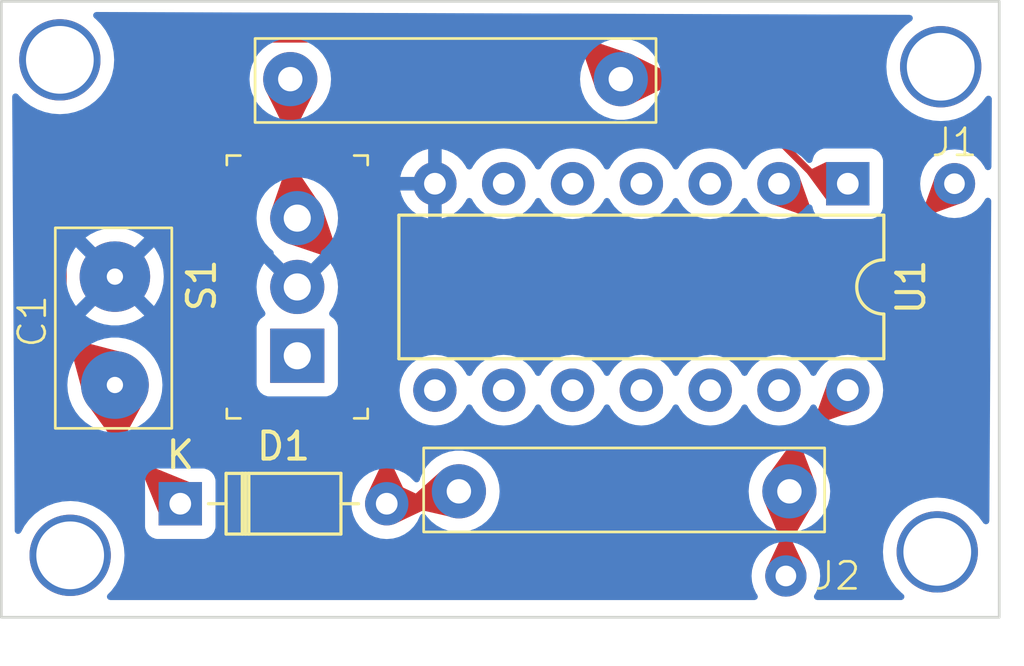
<source format=kicad_pcb>
(kicad_pcb (version 20221018) (generator pcbnew)
  (layers (0 "F.Cu" signal) (31 "B.Cu" signal) (34 "B.Paste" user) (35 "F.Paste" user) (36 "B.SilkS" user "B.Silkscreen") (37 "F.SilkS" user "F.Silkscreen") (38 "B.Mask" user) (39 "F.Mask" user) (44 "Edge.Cuts" user))
  (net 0 "")
  (net 1 "Net-(D1-K)")
  (net 2 "GND")
  (net 3 "Net-(D1-A)")
  (net 4 "Net-(J1-Pin_1)")
  (net 5 "Net-(J2-Pin_1)")
  (footprint "Userlib:Wire Hole" (layer "F.Cu") (at 123.698 87.757)
    (fp_text reference "J2" (at 1.905 0 unlocked) (layer "F.SilkS") (effects (font (thickness 0.1))))
    (fp_text value "Vcc")
    (pad "1" thru_hole circle (at 0 0) (size 1.524 1.524) (drill 0.762) (layers "*.Cu" "*.Mask") (net 5 "Net-(J2-Pin_1)"))
  )
  (footprint "Userlib:Wire Hole" (layer "F.Cu") (at 129.921 73.279)
    (fp_text reference "J1" (at 0 -1.524 unlocked) (layer "F.SilkS") (effects (font (thickness 0.1))))
    (fp_text value "Output")
    (pad "1" thru_hole circle (at 0 0) (size 1.524 1.524) (drill 0.762) (layers "*.Cu" "*.Mask") (net 4 "Net-(J1-Pin_1)"))
  )
  (footprint "Userlib:R_1watt" (layer "F.Cu") (at 112.406 69.419 180)
    (fp_text reference "R2" hide)
    (fp_text value "R_US" hide)
    (fp_rect (start -6.5 -1.6) (end 8.3 1.5) (stroke (width 0.1)) (fill none) (layer "F.SilkS"))
    (pad "1" thru_hole circle (at 7 0 180) (size 2 2) (drill 0.9) (layers "*.Cu" "*.Mask") (net 3 "Net-(D1-A)"))
    (pad "2" thru_hole circle (at -5.2 0 180) (size 2 2) (drill 0.9) (layers "*.Cu" "*.Mask") (net 1 "Net-(D1-K)"))
  )
  (footprint "Userlib:Capacitor_4mm_diam_.6mm_pin" (layer "F.Cu") (at 98.933 78.708 90)
    (fp_text reference "C1" (at 0.349 -3.048 90 unlocked) (layer "F.SilkS") (effects (font (thickness 0.1))))
    (fp_text value "C_Small")
    (fp_rect (start -3.6 -2.2) (end 3.8 2.1) (stroke (width 0.1)) (fill none) (layer "F.SilkS"))
    (pad "1" thru_hole circle (at -2 0 90) (size 2.5 2.5) (drill 0.6) (layers "*.Cu" "*.Mask") (net 1 "Net-(D1-K)"))
    (pad "2" thru_hole circle (at 2 0 90) (size 2.6 2.6) (drill 0.6) (layers "*.Cu" "*.Mask") (net 2 "GND"))
  )
  (footprint "Package_DIP:DIP-14_W7.62mm" (layer "F.Cu") (at 125.984 73.279 -90)
    (fp_text reference "U1" (at 3.81 -2.33 90) (layer "F.SilkS"))
    (fp_text value "74LS04")
    (fp_line (start 1.16 -1.33) (end 1.16 16.57) (stroke (width 0.12)) (layer "F.SilkS"))
    (fp_line (start 1.16 16.57) (end 6.46 16.57) (stroke (width 0.12)) (layer "F.SilkS"))
    (fp_line (start 2.81 -1.33) (end 1.16 -1.33) (stroke (width 0.12)) (layer "F.SilkS"))
    (fp_line (start 6.46 -1.33) (end 4.81 -1.33) (stroke (width 0.12)) (layer "F.SilkS"))
    (fp_line (start 6.46 16.57) (end 6.46 -1.33) (stroke (width 0.12)) (layer "F.SilkS"))
    (fp_arc (start 4.81 -1.33) (mid 3.81 -0.33) (end 2.81 -1.33) (stroke (width 0.12)) (layer "F.SilkS"))
    (pad "1" thru_hole rect (at 0 0 270) (size 1.6 1.6) (drill 0.8) (layers "*.Cu" "*.Mask") (net 1 "Net-(D1-K)"))
    (pad "2" thru_hole oval (at 0 2.54 270) (size 1.6 1.6) (drill 0.8) (layers "*.Cu" "*.Mask") (net 4 "Net-(J1-Pin_1)"))
    (pad "3" thru_hole oval (at 0 5.08 270) (size 1.6 1.6) (drill 0.8) (layers "*.Cu" "*.Mask"))
    (pad "4" thru_hole oval (at 0 7.62 270) (size 1.6 1.6) (drill 0.8) (layers "*.Cu" "*.Mask"))
    (pad "5" thru_hole oval (at 0 10.16 270) (size 1.6 1.6) (drill 0.8) (layers "*.Cu" "*.Mask"))
    (pad "6" thru_hole oval (at 0 12.7 270) (size 1.6 1.6) (drill 0.8) (layers "*.Cu" "*.Mask"))
    (pad "7" thru_hole oval (at 0 15.24 270) (size 1.6 1.6) (drill 0.8) (layers "*.Cu" "*.Mask") (net 2 "GND"))
    (pad "8" thru_hole oval (at 7.62 15.24 270) (size 1.6 1.6) (drill 0.8) (layers "*.Cu" "*.Mask"))
    (pad "9" thru_hole oval (at 7.62 12.7 270) (size 1.6 1.6) (drill 0.8) (layers "*.Cu" "*.Mask"))
    (pad "10" thru_hole oval (at 7.62 10.16 270) (size 1.6 1.6) (drill 0.8) (layers "*.Cu" "*.Mask"))
    (pad "11" thru_hole oval (at 7.62 7.62 270) (size 1.6 1.6) (drill 0.8) (layers "*.Cu" "*.Mask"))
    (pad "12" thru_hole oval (at 7.62 5.08 270) (size 1.6 1.6) (drill 0.8) (layers "*.Cu" "*.Mask"))
    (pad "13" thru_hole oval (at 7.62 2.54 270) (size 1.6 1.6) (drill 0.8) (layers "*.Cu" "*.Mask"))
    (pad "14" thru_hole oval (at 7.62 0 270) (size 1.6 1.6) (drill 0.8) (layers "*.Cu" "*.Mask") (net 5 "Net-(J2-Pin_1)"))
  )
  (footprint "Userlib:R_1watt" (layer "F.Cu") (at 116.829 84.632)
    (fp_text reference "R1" hide)
    (fp_text value "R_US" hide)
    (fp_rect (start -6.5 -1.6) (end 8.3 1.5) (stroke (width 0.1)) (fill none) (layer "F.SilkS"))
    (pad "1" thru_hole circle (at 7 0) (size 2 2) (drill 0.9) (layers "*.Cu" "*.Mask") (net 5 "Net-(J2-Pin_1)"))
    (pad "2" thru_hole circle (at -5.2 0) (size 2 2) (drill 0.9) (layers "*.Cu" "*.Mask") (net 3 "Net-(D1-A)"))
  )
  (footprint "Diode_THT:D_DO-35_SOD27_P7.62mm_Horizontal" (layer "F.Cu") (at 101.346 85.09)
    (fp_text reference "D1" (at 3.81 -2.12) (layer "F.SilkS"))
    (fp_text value "1N4148")
    (fp_text user "K" (at 0 -1.8) (layer "F.SilkS"))
    (fp_line (start 1.04 0) (end 1.69 0) (stroke (width 0.12)) (layer "F.SilkS"))
    (fp_line (start 1.69 -1.12) (end 1.69 1.12) (stroke (width 0.12)) (layer "F.SilkS"))
    (fp_line (start 1.69 1.12) (end 5.93 1.12) (stroke (width 0.12)) (layer "F.SilkS"))
    (fp_line (start 2.29 -1.12) (end 2.29 1.12) (stroke (width 0.12)) (layer "F.SilkS"))
    (fp_line (start 2.41 -1.12) (end 2.41 1.12) (stroke (width 0.12)) (layer "F.SilkS"))
    (fp_line (start 2.53 -1.12) (end 2.53 1.12) (stroke (width 0.12)) (layer "F.SilkS"))
    (fp_line (start 5.93 -1.12) (end 1.69 -1.12) (stroke (width 0.12)) (layer "F.SilkS"))
    (fp_line (start 5.93 1.12) (end 5.93 -1.12) (stroke (width 0.12)) (layer "F.SilkS"))
    (fp_line (start 6.58 0) (end 5.93 0) (stroke (width 0.12)) (layer "F.SilkS"))
    (pad "1" thru_hole rect (at 0 0) (size 1.6 1.6) (drill 0.8) (layers "*.Cu" "*.Mask") (net 1 "Net-(D1-K)"))
    (pad "2" thru_hole oval (at 7.62 0) (size 1.6 1.6) (drill 0.8) (layers "*.Cu" "*.Mask") (net 3 "Net-(D1-A)"))
  )
  (footprint "digikey-footprints:Switch_Toggle_ATE1D-2M3-10-Z" (layer "F.Cu") (at 105.664 77.089 90)
    (fp_text reference "S1" (at 0.06 -3.53 90) (layer "F.SilkS"))
    (fp_text value "ATE1D-2M3-10-Z")
    (fp_line (start -4.85 -2.6) (end -4.85 -2.1) (stroke (width 0.1)) (layer "F.SilkS"))
    (fp_line (start -4.85 -2.6) (end -4.5 -2.6) (stroke (width 0.1)) (layer "F.SilkS"))
    (fp_line (start -4.85 2.6) (end -4.85 2.1) (stroke (width 0.1)) (layer "F.SilkS"))
    (fp_line (start -4.85 2.6) (end -4.5 2.6) (stroke (width 0.1)) (layer "F.SilkS"))
    (fp_line (start 4.85 -2.6) (end 4.5 -2.6) (stroke (width 0.1)) (layer "F.SilkS"))
    (fp_line (start 4.85 -2.6) (end 4.85 -2.1) (stroke (width 0.1)) (layer "F.SilkS"))
    (fp_line (start 4.85 2.6) (end 4.5 2.6) (stroke (width 0.1)) (layer "F.SilkS"))
    (fp_line (start 4.85 2.6) (end 4.85 2.1) (stroke (width 0.1)) (layer "F.SilkS"))
    (pad "1" thru_hole rect (at -2.54 0 90) (size 2 2) (drill 1) (layers "*.Cu" "*.Mask"))
    (pad "2" thru_hole circle (at 0 0 90) (size 2 2) (drill 1) (layers "*.Cu" "*.Mask") (net 2 "GND"))
    (pad "3" thru_hole circle (at 2.54 0 90) (size 2 2) (drill 1) (layers "*.Cu" "*.Mask") (net 3 "Net-(D1-A)"))
  )
  (gr_rect (start 94.742 66.548) (end 131.572 89.281) (stroke (width 0.1)) (fill none) (layer "Edge.Cuts"))
  (via (at 97.282 86.995) (size 3) (drill 2.5) (layers "F.Cu" "B.Cu") (net 0))
  (via (at 129.413 68.961) (size 3) (drill 2.5) (layers "F.Cu" "B.Cu") (net 0))
  (via (at 96.901 68.707) (size 3) (drill 2.5) (layers "F.Cu" "B.Cu") (net 0))
  (via (at 129.286 86.868) (size 3) (drill 2.5) (layers "F.Cu" "B.Cu") (net 0))
  (segment (start 121.174991 69.419) (end 125.034991 73.279) (width 0.25) (layer "F.Cu") (net 1))
  (segment (start 116.132 67.945) (end 117.606 69.419) (width 0.25) (layer "F.Cu") (net 1))
  (segment (start 100.711 67.945) (end 116.132 67.945) (width 0.25) (layer "F.Cu") (net 1))
  (segment (start 98.933 82.677) (end 101.346 85.09) (width 0.25) (layer "F.Cu") (net 1))
  (segment (start 97.028 71.628) (end 100.711 67.945) (width 0.25) (layer "F.Cu") (net 1))
  (segment (start 117.606 69.419) (end 121.174991 69.419) (width 0.25) (layer "F.Cu") (net 1))
  (segment (start 98.933 80.708) (end 98.933 82.677) (width 0.25) (layer "F.Cu") (net 1))
  (segment (start 98.933 80.708) (end 97.028 78.803) (width 0.25) (layer "F.Cu") (net 1))
  (segment (start 97.028 78.803) (end 97.028 71.628) (width 0.25) (layer "F.Cu") (net 1))
  (segment (start 125.034991 73.279) (end 125.984 73.279) (width 0.25) (layer "F.Cu") (net 1))
  (segment (start 105.406 74.291) (end 105.664 74.549) (width 0.25) (layer "F.Cu") (net 3))
  (segment (start 108.966 85.09) (end 111.171 85.09) (width 0.25) (layer "F.Cu") (net 3))
  (segment (start 105.664 74.549) (end 108.966 77.851) (width 0.25) (layer "F.Cu") (net 3))
  (segment (start 108.966 77.851) (end 108.966 85.09) (width 0.25) (layer "F.Cu") (net 3))
  (segment (start 105.406 69.419) (end 105.406 74.291) (width 0.25) (layer "F.Cu") (net 3))
  (segment (start 111.171 85.09) (end 111.629 84.632) (width 0.25) (layer "F.Cu") (net 3))
  (segment (start 123.444 73.279) (end 125.262833 75.097833) (width 0.25) (layer "F.Cu") (net 4))
  (segment (start 125.262833 75.097833) (end 128.102167 75.097833) (width 0.25) (layer "F.Cu") (net 4))
  (segment (start 128.102167 75.097833) (end 129.921 73.279) (width 0.25) (layer "F.Cu") (net 4))
  (segment (start 123.698 84.763) (end 123.829 84.632) (width 0.25) (layer "F.Cu") (net 5))
  (segment (start 123.829 84.632) (end 123.829 83.054) (width 0.25) (layer "F.Cu") (net 5))
  (segment (start 123.829 83.054) (end 125.984 80.899) (width 0.25) (layer "F.Cu") (net 5))
  (segment (start 123.952 84.755) (end 123.829 84.632) (width 0.25) (layer "F.Cu") (net 5))
  (segment (start 123.698 87.757) (end 123.698 84.763) (width 0.25) (layer "F.Cu") (net 5))
  (zone (net 2) (net_name "GND") (layer "B.Cu") (connect_pads (clearance 0.5)) (min_thickness 0.25) (fill yes (thermal_gap 0.5) (thermal_bridge_width 0.5))
    (polygon (pts (xy 95.123 66.929) (xy 131.318 67.056) (xy 131.191 88.646) (xy 95.25 88.646)))
  )
)
</source>
